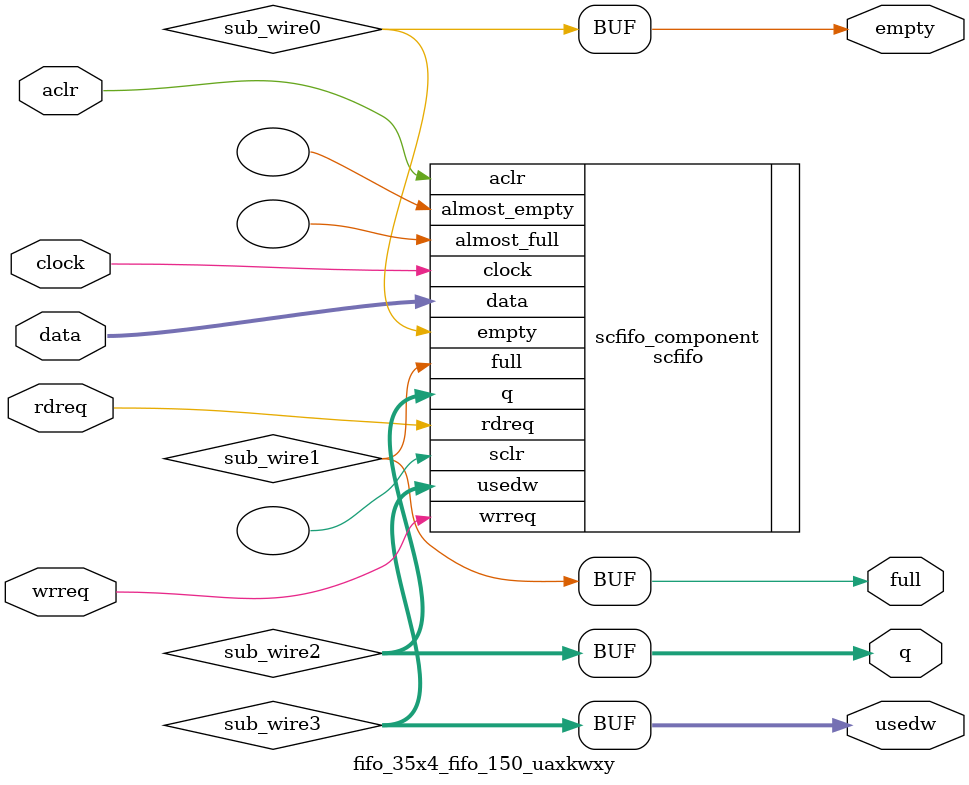
<source format=v>



`timescale 1 ps / 1 ps
// synopsys translate_on
module  fifo_35x4_fifo_150_uaxkwxy  (
    aclr,
    clock,
    data,
    rdreq,
    wrreq,
    empty,
    full,
    q,
    usedw);

    input    aclr;
    input    clock;
    input  [34:0]  data;
    input    rdreq;
    input    wrreq;
    output   empty;
    output   full;
    output [34:0]  q;
    output [1:0]  usedw;

    wire  sub_wire0;
    wire  sub_wire1;
    wire [34:0] sub_wire2;
    wire [1:0] sub_wire3;
    wire  empty = sub_wire0;
    wire  full = sub_wire1;
    wire [34:0] q = sub_wire2[34:0];
    wire [1:0] usedw = sub_wire3[1:0];

    scfifo  scfifo_component (
                .aclr (aclr),
                .clock (clock),
                .data (data),
                .rdreq (rdreq),
                .wrreq (wrreq),
                .empty (sub_wire0),
                .full (sub_wire1),
                .q (sub_wire2),
                .usedw (sub_wire3),
                .almost_empty (),
                .almost_full (),
                .sclr ());
    defparam
        scfifo_component.add_ram_output_register  = "OFF",
        scfifo_component.intended_device_family  = "Arria 10",
        scfifo_component.lpm_numwords  = 4,
        scfifo_component.lpm_showahead  = "ON",
        scfifo_component.lpm_type  = "scfifo",
        scfifo_component.lpm_width  = 35,
        scfifo_component.lpm_widthu  = 2,
        scfifo_component.overflow_checking  = "ON",
        scfifo_component.underflow_checking  = "ON",
        scfifo_component.use_eab  = "ON";


endmodule



</source>
